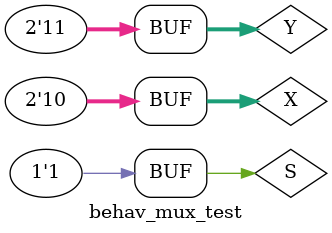
<source format=v>

`timescale 1ns / 1ps


module behav_mux_test;

// Inputs
reg [1:0] X;
reg [1:0] Y;
reg [0:0] S;

// Outputs
wire [1:0] O;

// Instantiate Device Under Test
behav_mux ttul( .X(X), .Y(Y), .S(S), .O(O));

// Testing
initial
begin
   begin
   X = 0;
   Y = 0;
   S = 0;
   #10 X = 1;
   #10 Y = 1;
   #10 X = 3; Y = 0;
   #10 X = 2; Y = 3;
   #10 S = 1;
   #10 X = 1;
   #10 Y = 1;
   #10 X = 3; Y = 0;
   #10 X = 2; Y = 3;
   #20;
   end
end 
    
endmodule

</source>
